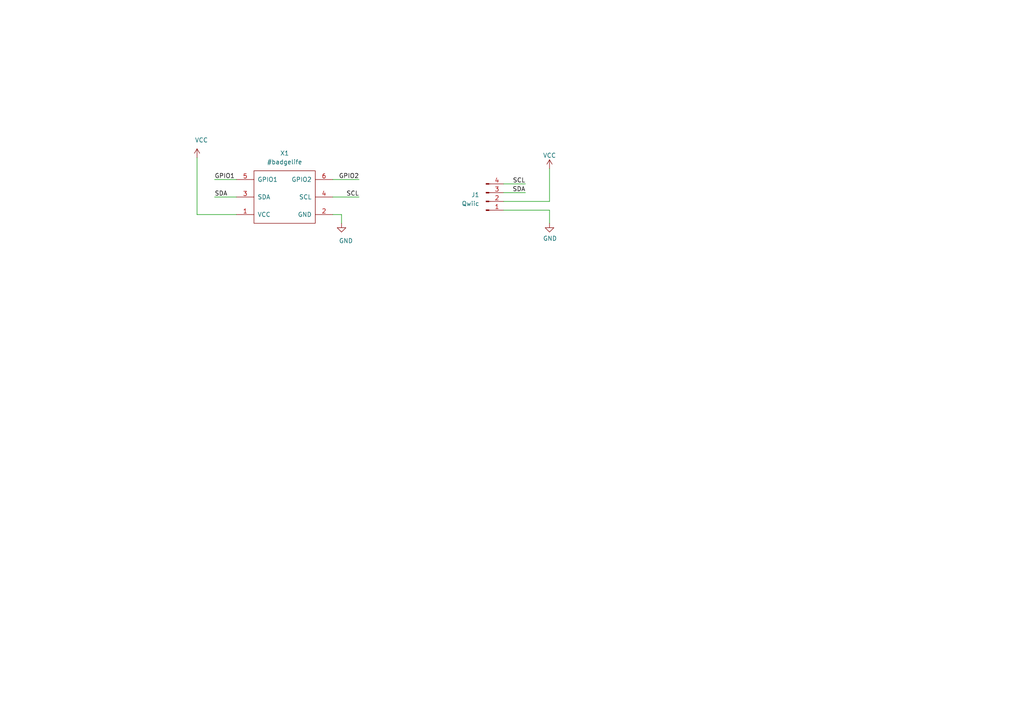
<source format=kicad_sch>
(kicad_sch (version 20210406) (generator eeschema)
  (paper "A4")
  (title_block (title "BornHack 2021 DIY Badge") (date "2021-06-13") (company "BornHack"))
  (lib_symbols
    (symbol "Connector:Conn_01x04_Male" (pin_names (offset 1.016) hide)
      (property "Reference" "J" (at 0 5.08 0))
      (property "Value" "Conn_01x04_Male" (at 0 -7.62 0))
      (symbol "Conn_01x04_Male_1_1"
        (rectangle (start 0.8636 -4.953) (end 0 -5.207) (stroke (width 0.1524)) (fill (type outline)))
        (rectangle (start 0.8636 -2.413) (end 0 -2.667) (stroke (width 0.1524)) (fill (type outline)))
        (rectangle (start 0.8636 0.127) (end 0 -0.127) (stroke (width 0.1524)) (fill (type outline)))
        (rectangle (start 0.8636 2.667) (end 0 2.413) (stroke (width 0.1524)) (fill (type outline)))
        (polyline (pts (xy 1.27 -5.08) (xy 0.8636 -5.08)) (stroke (width 0.1524)))
        (polyline (pts (xy 1.27 -2.54) (xy 0.8636 -2.54)) (stroke (width 0.1524)))
        (polyline (pts (xy 1.27 0) (xy 0.8636 0)) (stroke (width 0.1524)))
        (polyline (pts (xy 1.27 2.54) (xy 0.8636 2.54)) (stroke (width 0.1524)))
        (pin passive line (at 5.08 2.54 180) (length 3.81) (name "Pin_1") (number "1"))
        (pin passive line (at 5.08 0 180) (length 3.81) (name "Pin_2") (number "2"))
        (pin passive line (at 5.08 -2.54 180) (length 3.81) (name "Pin_3") (number "3"))
        (pin passive line (at 5.08 -5.08 180) (length 3.81) (name "Pin_4") (number "4"))
      )
    )
    (symbol "badgelife_shitty_addon_v169bis:Badgelife_sao_connector_v169bis" (pin_names (offset 1.016))
      (property "Reference" "X" (at 0 0 0))
      (property "Value" "Badgelife_sao_connector_v169bis" (at 0 20.32 0))
      (symbol "Badgelife_sao_connector_v169bis_0_1"
        (rectangle (start -7.62 8.89) (end 7.62 -8.89))
      )
      (symbol "Badgelife_sao_connector_v169bis_1_1"
        (pin input line (at -5.08 13.97 270) (length 5.08) (name "VCC") (number "1"))
        (pin input line (at -5.08 -13.97 90) (length 5.08) (name "GND") (number "2"))
        (pin input line (at 0 13.97 270) (length 5.08) (name "SDA") (number "3"))
        (pin input line (at 0 -13.97 90) (length 5.08) (name "SCL") (number "4"))
        (pin input line (at 5.08 13.97 270) (length 5.08) (name "GPIO1") (number "5"))
        (pin input line (at 5.08 -13.97 90) (length 5.08) (name "GPIO2") (number "6"))
      )
    )
    (symbol "power:GND" (power) (pin_names (offset 0))
      (property "Value" "GND" (at 0 -3.81 0))
      (symbol "GND_0_1"
        (polyline (pts (xy 0 0) (xy 0 -1.27) (xy 1.27 -1.27) (xy 0 -2.54) (xy -1.27 -1.27) (xy 0 -1.27)))
      )
      (symbol "GND_1_1"
        (pin power_in line (at 0 0 270) (length 0) hide (name "GND") (number "1"))
      )
    )
    (symbol "power:VCC" (power) (pin_names (offset 0))
      (property "Value" "VCC" (at 0 3.81 0))
      (symbol "VCC_0_1"
        (polyline (pts (xy -0.762 1.27) (xy 0 2.54)))
        (polyline (pts (xy 0 0) (xy 0 2.54)))
        (polyline (pts (xy 0 2.54) (xy 0.762 1.27)))
      )
      (symbol "VCC_1_1"
        (pin power_in line (at 0 0 90) (length 0) hide (name "VCC") (number "1"))
      )
    )
  )
  (wire (pts (xy 57.15 62.23) (xy 57.15 45.72)))
  (wire (pts (xy 57.15 62.23) (xy 68.58 62.23)))
  (wire (pts (xy 62.23 52.07) (xy 68.58 52.07)))
  (wire (pts (xy 62.23 57.15) (xy 68.58 57.15)))
  (wire (pts (xy 96.52 52.07) (xy 104.14 52.07)))
  (wire (pts (xy 96.52 57.15) (xy 104.14 57.15)))
  (wire (pts (xy 96.52 62.23) (xy 99.06 62.23)))
  (wire (pts (xy 99.06 62.23) (xy 99.06 64.77)))
  (wire (pts (xy 146.05 53.34) (xy 152.4 53.34)))
  (wire (pts (xy 146.05 55.88) (xy 152.4 55.88)))
  (wire (pts (xy 146.05 58.42) (xy 159.385 58.42)))
  (wire (pts (xy 146.05 60.96) (xy 159.385 60.96)))
  (wire (pts (xy 159.385 48.895) (xy 159.385 58.42)))
  (wire (pts (xy 159.385 60.96) (xy 159.385 64.77)))
  (label "GPIO1" (at 62.23 52.07 0))
  (label "SDA" (at 62.23 57.15 0))
  (label "GPIO2" (at 104.14 52.07 180))
  (label "SCL" (at 104.14 57.15 180))
  (label "SCL" (at 152.4 53.34 180))
  (label "SDA" (at 152.4 55.88 180))
  (symbol (lib_id "power:VCC") (at 57.15 45.72 0) (unit 1)
    (property "Reference" "#PWR01" (effects hide))
    (property "Value" "VCC" (at 58.42 40.64 0))
  )
  (symbol (lib_id "power:VCC") (at 159.385 48.895 0) (unit 1)
    (property "Reference" "#PWR03" (effects hide))
    (property "Value" "VCC" (at 159.385 45.085 0))
  )
  (symbol (lib_id "power:GND") (at 99.06 64.77 0) (unit 1)
    (property "Reference" "#PWR02" (effects hide))
    (property "Value" "GND" (at 100.33 69.85 0))
  )
  (symbol (lib_id "power:GND") (at 159.385 64.77 0) (unit 1)
    (property "Reference" "#PWR04" (effects hide))
    (property "Value" "GND" (at 159.512 69.1642 0))
  )
  (symbol (lib_id "Connector:Conn_01x04_Male") (at 140.97 58.42 0) (mirror x) (unit 1)
    (property "Reference" "J1" (at 139.065 56.5149 0) (effects (justify right)))
    (property "Value" "Qwiic" (at 139.065 59.0549 0) (effects (justify right)))
    (property "Footprint" "Connector_JST:JST_SH_SM04B-SRSS-TB_1x04-1MP_P1.00mm_Horizontal" (effects hide))
  )
  (symbol (lib_id "badgelife_shitty_addon_v169bis:Badgelife_sao_connector_v169bis") (at 82.55 57.15 90) (unit 1)
    (property "Reference" "X1" (at 82.55 44.45 90))
    (property "Value" "#badgelife" (at 82.55 46.99 90))
    (property "Footprint" "badgelife_sao_v169bis:Badgelife-SAOv169-BADGE-2x3" (effects hide))
  )
)
</source>
